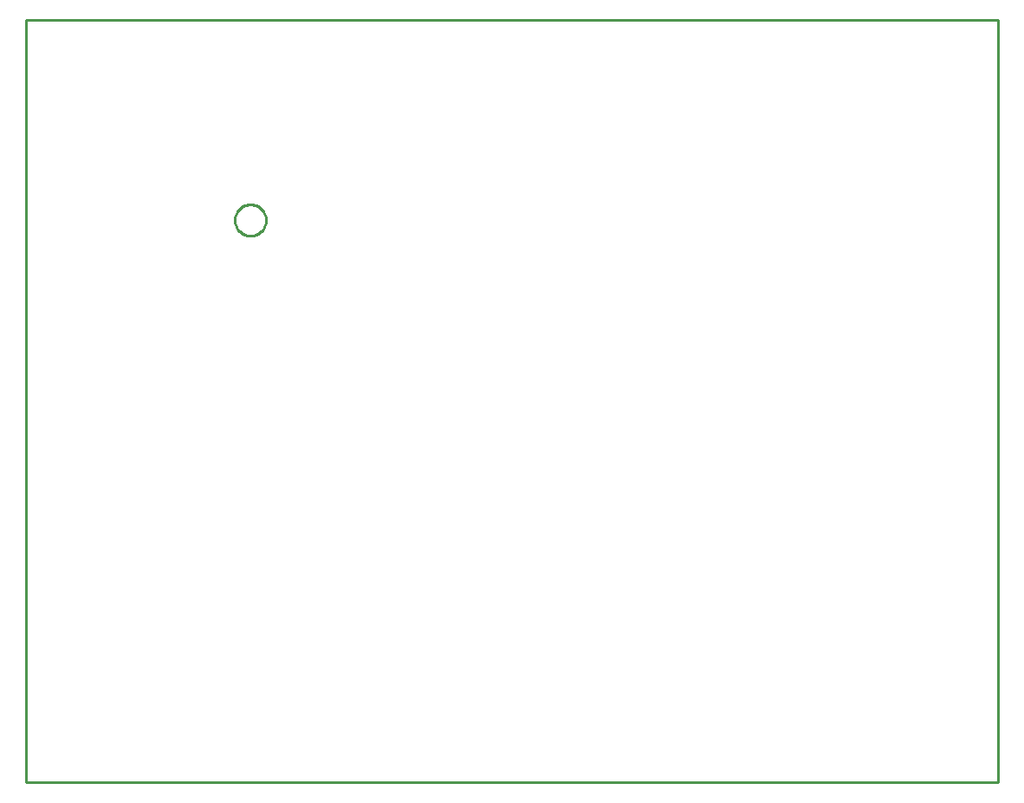
<source format=gko>
%FSDAX23Y23*%
%MOIN*%
%SFA1B1*%

%IPPOS*%
%ADD38C,0.010000*%
%LNde-110817-1*%
%LPD*%
G54D38*
X02135Y03190D02*
D01*
X02135Y03194*
X02134Y03198*
X02133Y03202*
X02132Y03206*
X02131Y03210*
X02129Y03214*
X02128Y03218*
X02126Y03221*
X02123Y03225*
X02121Y03228*
X02118Y03231*
X02115Y03234*
X02112Y03237*
X02108Y03239*
X02105Y03242*
X02101Y03244*
X02097Y03245*
X02093Y03247*
X02089Y03248*
X02085Y03249*
X02081Y03249*
X02077Y03250*
X02072*
X02068Y03249*
X02064Y03249*
X02060Y03248*
X02056Y03247*
X02052Y03245*
X02048Y03244*
X02044Y03242*
X02041Y03239*
X02037Y03237*
X02034Y03234*
X02031Y03231*
X02028Y03228*
X02026Y03225*
X02023Y03221*
X02021Y03218*
X02020Y03214*
X02018Y03210*
X02017Y03206*
X02016Y03202*
X02015Y03198*
X02014Y03194*
X02014Y03190*
X02014Y03185*
X02015Y03181*
X02016Y03177*
X02017Y03173*
X02018Y03169*
X02020Y03165*
X02021Y03161*
X02023Y03158*
X02026Y03154*
X02028Y03151*
X02031Y03148*
X02034Y03145*
X02037Y03142*
X02041Y03140*
X02044Y03137*
X02048Y03135*
X02052Y03134*
X02056Y03132*
X02060Y03131*
X02064Y03130*
X02068Y03130*
X02072Y03129*
X02077*
X02081Y03130*
X02085Y03130*
X02089Y03131*
X02093Y03132*
X02097Y03134*
X02101Y03135*
X02105Y03137*
X02108Y03140*
X02112Y03142*
X02115Y03145*
X02118Y03148*
X02121Y03151*
X02123Y03154*
X02126Y03158*
X02128Y03161*
X02129Y03165*
X02131Y03169*
X02132Y03173*
X02133Y03177*
X02134Y03181*
X02135Y03185*
X02135Y03190*
X04952Y01025D02*
Y03960D01*
X01210D02*
X04952D01*
X01210Y01025D02*
Y03960D01*
Y01025D02*
X04952D01*
M02*
</source>
